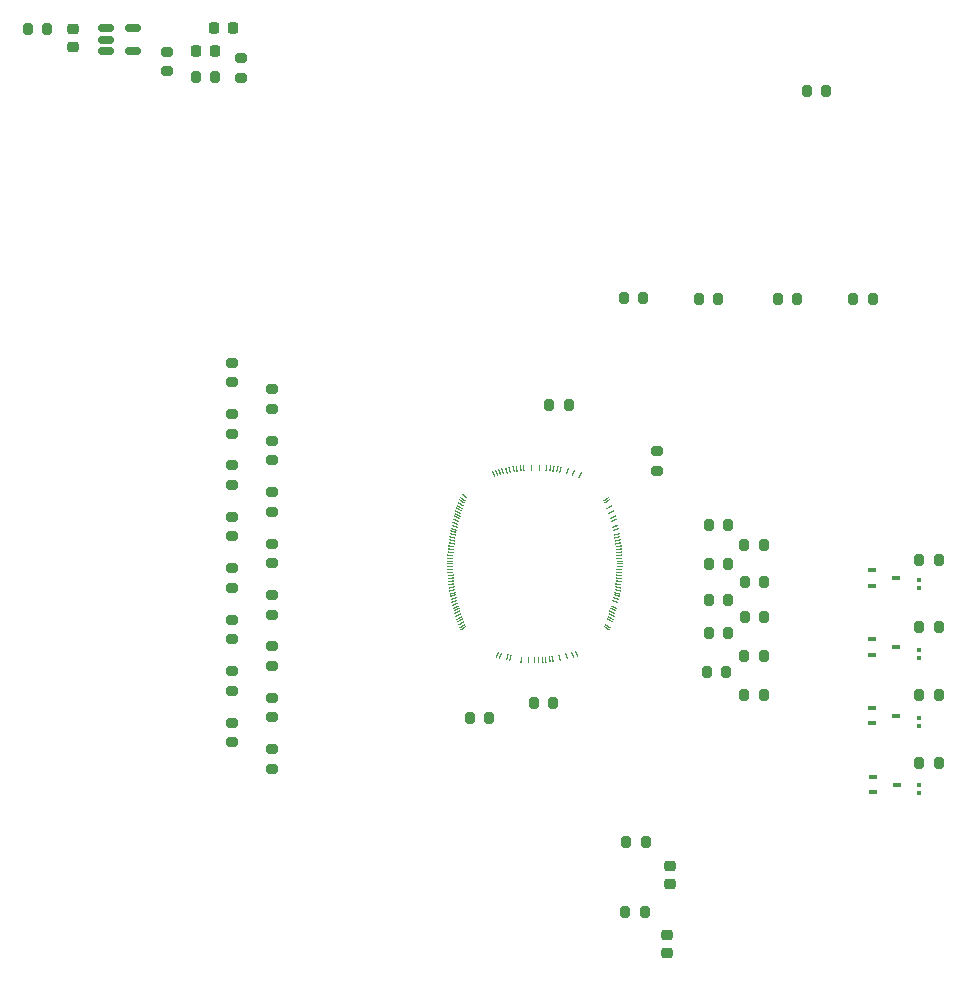
<source format=gbr>
%TF.GenerationSoftware,KiCad,Pcbnew,7.0.6-7.0.6~ubuntu20.04.1*%
%TF.CreationDate,2023-08-31T23:31:16+07:00*%
%TF.ProjectId,qpix,71706978-2e6b-4696-9361-645f70636258,rev?*%
%TF.SameCoordinates,Original*%
%TF.FileFunction,Paste,Top*%
%TF.FilePolarity,Positive*%
%FSLAX46Y46*%
G04 Gerber Fmt 4.6, Leading zero omitted, Abs format (unit mm)*
G04 Created by KiCad (PCBNEW 7.0.6-7.0.6~ubuntu20.04.1) date 2023-08-31 23:31:16*
%MOMM*%
%LPD*%
G01*
G04 APERTURE LIST*
G04 Aperture macros list*
%AMRoundRect*
0 Rectangle with rounded corners*
0 $1 Rounding radius*
0 $2 $3 $4 $5 $6 $7 $8 $9 X,Y pos of 4 corners*
0 Add a 4 corners polygon primitive as box body*
4,1,4,$2,$3,$4,$5,$6,$7,$8,$9,$2,$3,0*
0 Add four circle primitives for the rounded corners*
1,1,$1+$1,$2,$3*
1,1,$1+$1,$4,$5*
1,1,$1+$1,$6,$7*
1,1,$1+$1,$8,$9*
0 Add four rect primitives between the rounded corners*
20,1,$1+$1,$2,$3,$4,$5,0*
20,1,$1+$1,$4,$5,$6,$7,0*
20,1,$1+$1,$6,$7,$8,$9,0*
20,1,$1+$1,$8,$9,$2,$3,0*%
%AMRotRect*
0 Rectangle, with rotation*
0 The origin of the aperture is its center*
0 $1 length*
0 $2 width*
0 $3 Rotation angle, in degrees counterclockwise*
0 Add horizontal line*
21,1,$1,$2,0,0,$3*%
G04 Aperture macros list end*
%ADD10RoundRect,0.200000X-0.200000X-0.275000X0.200000X-0.275000X0.200000X0.275000X-0.200000X0.275000X0*%
%ADD11RoundRect,0.200000X0.275000X-0.200000X0.275000X0.200000X-0.275000X0.200000X-0.275000X-0.200000X0*%
%ADD12RotRect,0.500000X0.110000X322.173913*%
%ADD13RotRect,0.500000X0.110000X323.739130*%
%ADD14RotRect,0.500000X0.110000X325.304348*%
%ADD15RotRect,0.500000X0.110000X326.869565*%
%ADD16RotRect,0.500000X0.110000X328.434783*%
%ADD17RotRect,0.500000X0.110000X330.000000*%
%ADD18RotRect,0.500000X0.110000X331.565217*%
%ADD19RotRect,0.500000X0.110000X333.130435*%
%ADD20RotRect,0.500000X0.110000X334.695652*%
%ADD21RotRect,0.500000X0.110000X336.260870*%
%ADD22RotRect,0.500000X0.110000X337.826087*%
%ADD23RotRect,0.500000X0.110000X339.391304*%
%ADD24RotRect,0.500000X0.110000X340.956522*%
%ADD25RotRect,0.500000X0.110000X342.521739*%
%ADD26RotRect,0.500000X0.110000X344.086957*%
%ADD27RotRect,0.500000X0.110000X345.652174*%
%ADD28RotRect,0.500000X0.110000X347.217391*%
%ADD29RotRect,0.500000X0.110000X348.782609*%
%ADD30RotRect,0.500000X0.110000X350.347826*%
%ADD31RotRect,0.500000X0.110000X351.913043*%
%ADD32RotRect,0.500000X0.110000X353.478261*%
%ADD33RotRect,0.500000X0.110000X355.043478*%
%ADD34RotRect,0.500000X0.110000X356.608696*%
%ADD35RotRect,0.500000X0.110000X358.173913*%
%ADD36RotRect,0.500000X0.110000X359.739130*%
%ADD37RotRect,0.500000X0.110000X1.304348*%
%ADD38RotRect,0.500000X0.110000X2.869565*%
%ADD39RotRect,0.500000X0.110000X4.434783*%
%ADD40RotRect,0.500000X0.110000X6.000000*%
%ADD41RotRect,0.500000X0.110000X7.565217*%
%ADD42RotRect,0.500000X0.110000X9.130435*%
%ADD43RotRect,0.500000X0.110000X10.695652*%
%ADD44RotRect,0.500000X0.110000X12.260870*%
%ADD45RotRect,0.500000X0.110000X13.826087*%
%ADD46RotRect,0.500000X0.110000X15.391304*%
%ADD47RotRect,0.500000X0.110000X16.956522*%
%ADD48RotRect,0.500000X0.110000X18.521739*%
%ADD49RotRect,0.500000X0.110000X20.086957*%
%ADD50RotRect,0.500000X0.110000X21.652174*%
%ADD51RotRect,0.500000X0.110000X23.217391*%
%ADD52RotRect,0.500000X0.110000X24.782609*%
%ADD53RotRect,0.500000X0.110000X26.347826*%
%ADD54RotRect,0.500000X0.110000X27.913043*%
%ADD55RotRect,0.500000X0.110000X29.478261*%
%ADD56RotRect,0.500000X0.110000X31.043478*%
%ADD57RotRect,0.500000X0.110000X32.608696*%
%ADD58RotRect,0.500000X0.110000X34.173913*%
%ADD59RotRect,0.500000X0.110000X35.739130*%
%ADD60RotRect,0.500000X0.110000X67.406053*%
%ADD61RotRect,0.500000X0.110000X69.297453*%
%ADD62RotRect,0.500000X0.110000X73.222666*%
%ADD63RotRect,0.500000X0.110000X75.250450*%
%ADD64RotRect,0.500000X0.110000X81.546581*%
%ADD65RotRect,0.500000X0.110000X85.871161*%
%ADD66RotRect,0.500000X0.110000X270.243293*%
%ADD67RotRect,0.500000X0.110000X272.431481*%
%ADD68RotRect,0.500000X0.110000X274.612599*%
%ADD69RotRect,0.500000X0.110000X276.780407*%
%ADD70RotRect,0.500000X0.110000X278.928894*%
%ADD71RotRect,0.500000X0.110000X281.052372*%
%ADD72RotRect,0.500000X0.110000X285.203640*%
%ADD73RotRect,0.500000X0.110000X289.197879*%
%ADD74RotRect,0.500000X0.110000X293.007458*%
%ADD75RotRect,0.500000X0.110000X294.836824*%
%ADD76RotRect,0.500000X0.110000X324.260870*%
%ADD77RotRect,0.500000X0.110000X325.826087*%
%ADD78RotRect,0.500000X0.110000X328.956522*%
%ADD79RotRect,0.500000X0.110000X330.521739*%
%ADD80RotRect,0.500000X0.110000X332.086957*%
%ADD81RotRect,0.500000X0.110000X333.652174*%
%ADD82RotRect,0.500000X0.110000X335.217391*%
%ADD83RotRect,0.500000X0.110000X336.782609*%
%ADD84RotRect,0.500000X0.110000X339.913043*%
%ADD85RotRect,0.500000X0.110000X341.478261*%
%ADD86RotRect,0.500000X0.110000X343.043478*%
%ADD87RotRect,0.500000X0.110000X344.608696*%
%ADD88RotRect,0.500000X0.110000X346.173913*%
%ADD89RotRect,0.500000X0.110000X347.739130*%
%ADD90RotRect,0.500000X0.110000X349.304348*%
%ADD91RotRect,0.500000X0.110000X350.869565*%
%ADD92RotRect,0.500000X0.110000X352.434783*%
%ADD93RotRect,0.500000X0.110000X354.000000*%
%ADD94RotRect,0.500000X0.110000X355.565217*%
%ADD95RotRect,0.500000X0.110000X357.130435*%
%ADD96RotRect,0.500000X0.110000X358.695652*%
%ADD97RotRect,0.500000X0.110000X0.260870*%
%ADD98RotRect,0.500000X0.110000X1.826087*%
%ADD99RotRect,0.500000X0.110000X3.391304*%
%ADD100RotRect,0.500000X0.110000X4.956522*%
%ADD101RotRect,0.500000X0.110000X6.521739*%
%ADD102RotRect,0.500000X0.110000X8.086957*%
%ADD103RotRect,0.500000X0.110000X9.652174*%
%ADD104RotRect,0.500000X0.110000X11.217391*%
%ADD105RotRect,0.500000X0.110000X12.782609*%
%ADD106RotRect,0.500000X0.110000X14.347826*%
%ADD107RotRect,0.500000X0.110000X15.913043*%
%ADD108RotRect,0.500000X0.110000X19.043478*%
%ADD109RotRect,0.500000X0.110000X20.608696*%
%ADD110RotRect,0.500000X0.110000X23.739130*%
%ADD111RotRect,0.500000X0.110000X25.304348*%
%ADD112RotRect,0.500000X0.110000X28.434783*%
%ADD113RotRect,0.500000X0.110000X31.565217*%
%ADD114RotRect,0.500000X0.110000X34.695652*%
%ADD115RotRect,0.500000X0.110000X36.260870*%
%ADD116RotRect,0.500000X0.110000X63.386311*%
%ADD117RotRect,0.500000X0.110000X66.992542*%
%ADD118RotRect,0.500000X0.110000X70.802121*%
%ADD119RotRect,0.500000X0.110000X74.796360*%
%ADD120RotRect,0.500000X0.110000X76.854442*%
%ADD121RotRect,0.500000X0.110000X78.947628*%
%ADD122RotRect,0.500000X0.110000X81.071106*%
%ADD123RotRect,0.500000X0.110000X83.219593*%
%ADD124RotRect,0.500000X0.110000X87.568519*%
%ADD125RotRect,0.500000X0.110000X271.945605*%
%ADD126RotRect,0.500000X0.110000X276.300134*%
%ADD127RotRect,0.500000X0.110000X278.453419*%
%ADD128RotRect,0.500000X0.110000X280.582927*%
%ADD129RotRect,0.500000X0.110000X282.683278*%
%ADD130RotRect,0.500000X0.110000X284.749550*%
%ADD131RotRect,0.500000X0.110000X286.777334*%
%ADD132RotRect,0.500000X0.110000X288.762766*%
%ADD133RotRect,0.500000X0.110000X290.702547*%
%ADD134RotRect,0.500000X0.110000X292.593947*%
%ADD135RotRect,0.500000X0.110000X294.434789*%
%ADD136RoundRect,0.225000X0.225000X0.250000X-0.225000X0.250000X-0.225000X-0.250000X0.225000X-0.250000X0*%
%ADD137RoundRect,0.200000X0.200000X0.275000X-0.200000X0.275000X-0.200000X-0.275000X0.200000X-0.275000X0*%
%ADD138RoundRect,0.225000X0.250000X-0.225000X0.250000X0.225000X-0.250000X0.225000X-0.250000X-0.225000X0*%
%ADD139R,0.700000X0.450000*%
%ADD140RoundRect,0.225000X-0.250000X0.225000X-0.250000X-0.225000X0.250000X-0.225000X0.250000X0.225000X0*%
%ADD141RoundRect,0.079500X0.100500X-0.079500X0.100500X0.079500X-0.100500X0.079500X-0.100500X-0.079500X0*%
%ADD142RoundRect,0.150000X-0.512500X-0.150000X0.512500X-0.150000X0.512500X0.150000X-0.512500X0.150000X0*%
%ADD143RoundRect,0.200000X-0.275000X0.200000X-0.275000X-0.200000X0.275000X-0.200000X0.275000X0.200000X0*%
G04 APERTURE END LIST*
D10*
%TO.C,R44*%
X158420000Y-104042000D03*
X160070000Y-104042000D03*
%TD*%
%TO.C,R14*%
X148455000Y-129260000D03*
X150105000Y-129260000D03*
%TD*%
D11*
%TO.C,R26*%
X118445000Y-114324997D03*
X118445000Y-112674997D03*
%TD*%
D12*
%TO.C,U1*%
X134755232Y-99952694D03*
D13*
X134659784Y-100169158D03*
D14*
X134567826Y-100388182D03*
D15*
X134479427Y-100609669D03*
D16*
X134394652Y-100833522D03*
D17*
X134313565Y-101059641D03*
D18*
X134236226Y-101287924D03*
D19*
X134162693Y-101518268D03*
D20*
X134093021Y-101750567D03*
D21*
X134027262Y-101984717D03*
D22*
X133965465Y-102220610D03*
D23*
X133907676Y-102458135D03*
D24*
X133853939Y-102697185D03*
D25*
X133804292Y-102937646D03*
D26*
X133758774Y-103179408D03*
D27*
X133717419Y-103422356D03*
D28*
X133680256Y-103666377D03*
D29*
X133647314Y-103911355D03*
D30*
X133618618Y-104157175D03*
D31*
X133594189Y-104403721D03*
D32*
X133574045Y-104650876D03*
D33*
X133558201Y-104898522D03*
D34*
X133546669Y-105146543D03*
D35*
X133539457Y-105394819D03*
D36*
X133536572Y-105643234D03*
D37*
X133538015Y-105891668D03*
D38*
X133543785Y-106140003D03*
D39*
X133553877Y-106388122D03*
D40*
X133568285Y-106635906D03*
D41*
X133586997Y-106883238D03*
D42*
X133610000Y-107130000D03*
D43*
X133637276Y-107376075D03*
D44*
X133668805Y-107621347D03*
D45*
X133704564Y-107865699D03*
D46*
X133744525Y-108109018D03*
D47*
X133788659Y-108351187D03*
D48*
X133836933Y-108592095D03*
D49*
X133889312Y-108831627D03*
D50*
X133945755Y-109069673D03*
D51*
X134006221Y-109306122D03*
D52*
X134070664Y-109540865D03*
D53*
X134139038Y-109773793D03*
D54*
X134211289Y-110004801D03*
D55*
X134287366Y-110233782D03*
D56*
X134367210Y-110460634D03*
D57*
X134450762Y-110685253D03*
D58*
X134537961Y-110907540D03*
D59*
X134628740Y-111127396D03*
D60*
X137498165Y-113394496D03*
D61*
X137766117Y-113465125D03*
D62*
X138322324Y-113592757D03*
D63*
X138609865Y-113648519D03*
D64*
X139503881Y-113776628D03*
D65*
X140118915Y-113824588D03*
D66*
X140741140Y-113839589D03*
D67*
X141052575Y-113834419D03*
D68*
X141362937Y-113820856D03*
D69*
X141671286Y-113799075D03*
D70*
X141976722Y-113769355D03*
D71*
X142278408Y-113732065D03*
D72*
X142867565Y-113636640D03*
D73*
X143433736Y-113517095D03*
D74*
X143973448Y-113378274D03*
D75*
X144232717Y-113303186D03*
D76*
X146784284Y-111127396D03*
D77*
X146875063Y-110907540D03*
D78*
X147045814Y-110460634D03*
D79*
X147125658Y-110233782D03*
D80*
X147201735Y-110004801D03*
D81*
X147273986Y-109773793D03*
D82*
X147342360Y-109540865D03*
D83*
X147406803Y-109306122D03*
D84*
X147523712Y-108831627D03*
D85*
X147576091Y-108592095D03*
D86*
X147624365Y-108351187D03*
D87*
X147668499Y-108109018D03*
D88*
X147708460Y-107865699D03*
D89*
X147744219Y-107621347D03*
D90*
X147775748Y-107376075D03*
D91*
X147803024Y-107130000D03*
D92*
X147826027Y-106883238D03*
D93*
X147844739Y-106635906D03*
D94*
X147859147Y-106388122D03*
D95*
X147869239Y-106140003D03*
D96*
X147875009Y-105891668D03*
D97*
X147876452Y-105643234D03*
D98*
X147873567Y-105394819D03*
D99*
X147866355Y-105146543D03*
D100*
X147854823Y-104898522D03*
D101*
X147838979Y-104650876D03*
D102*
X147818835Y-104403721D03*
D103*
X147794406Y-104157175D03*
D104*
X147765710Y-103911355D03*
D105*
X147732768Y-103666377D03*
D106*
X147695605Y-103422356D03*
D107*
X147654250Y-103179408D03*
D108*
X147559085Y-102697185D03*
D109*
X147505348Y-102458135D03*
D110*
X147385762Y-101984717D03*
D111*
X147320003Y-101750567D03*
D112*
X147176798Y-101287924D03*
D113*
X147018372Y-100833522D03*
D114*
X146845198Y-100388182D03*
D115*
X146753240Y-100169158D03*
D116*
X144484754Y-98144167D03*
D117*
X143973448Y-97991008D03*
D118*
X143433736Y-97852187D03*
D119*
X142867565Y-97732642D03*
D120*
X142575581Y-97681627D03*
D121*
X142278408Y-97637217D03*
D122*
X141976722Y-97599927D03*
D123*
X141671286Y-97570207D03*
D124*
X141052575Y-97534863D03*
D125*
X140429598Y-97532985D03*
D126*
X139810040Y-97564669D03*
D127*
X139503881Y-97592654D03*
D128*
X139201293Y-97628298D03*
D129*
X138903055Y-97671169D03*
D130*
X138609865Y-97720763D03*
D131*
X138322324Y-97776525D03*
D132*
X138040939Y-97837862D03*
D133*
X137766117Y-97904157D03*
D134*
X137498165Y-97974786D03*
D135*
X137237300Y-98049132D03*
%TD*%
D10*
%TO.C,R43*%
X155418000Y-105693000D03*
X157068000Y-105693000D03*
%TD*%
D11*
%TO.C,R16*%
X118445000Y-92557142D03*
X118445000Y-90907142D03*
%TD*%
D136*
%TO.C,C3*%
X115125000Y-60350000D03*
X113575000Y-60350000D03*
%TD*%
D137*
%TO.C,R33*%
X142275000Y-117500000D03*
X140625000Y-117500000D03*
%TD*%
D10*
%TO.C,R45*%
X155418000Y-102423892D03*
X157068000Y-102423892D03*
%TD*%
D138*
%TO.C,C23*%
X152160000Y-132785000D03*
X152160000Y-131235000D03*
%TD*%
D139*
%TO.C,Q4*%
X169261833Y-106220000D03*
X169261833Y-107520000D03*
X171261833Y-106870000D03*
%TD*%
D10*
%TO.C,R8*%
X111997500Y-64500000D03*
X113647500Y-64500000D03*
%TD*%
%TO.C,R1*%
X148241835Y-83175000D03*
X149891835Y-83175000D03*
%TD*%
D11*
%TO.C,R20*%
X118445000Y-101264284D03*
X118445000Y-99614284D03*
%TD*%
%TO.C,R21*%
X115070000Y-103357142D03*
X115070000Y-101707142D03*
%TD*%
D10*
%TO.C,R39*%
X155418000Y-111535000D03*
X157068000Y-111535000D03*
%TD*%
%TO.C,R31*%
X135205000Y-118710000D03*
X136855000Y-118710000D03*
%TD*%
D140*
%TO.C,C1*%
X101602500Y-60390000D03*
X101602500Y-61940000D03*
%TD*%
D11*
%TO.C,R23*%
X115070000Y-107714284D03*
X115070000Y-106064284D03*
%TD*%
D10*
%TO.C,R4*%
X167675835Y-83225000D03*
X169325835Y-83225000D03*
%TD*%
D11*
%TO.C,R24*%
X118445000Y-109971426D03*
X118445000Y-108321426D03*
%TD*%
%TO.C,R7*%
X109542500Y-63965000D03*
X109542500Y-62315000D03*
%TD*%
D10*
%TO.C,R36*%
X158420000Y-116742000D03*
X160070000Y-116742000D03*
%TD*%
D11*
%TO.C,R30*%
X118445000Y-123032142D03*
X118445000Y-121382142D03*
%TD*%
D141*
%TO.C,D1*%
X173201833Y-125070000D03*
X173201833Y-124380000D03*
%TD*%
%TO.C,D3*%
X173201833Y-113685000D03*
X173201833Y-112995000D03*
%TD*%
D11*
%TO.C,R28*%
X118445000Y-118678568D03*
X118445000Y-117028568D03*
%TD*%
%TO.C,R17*%
X115070000Y-94642858D03*
X115070000Y-92992858D03*
%TD*%
D137*
%TO.C,R13*%
X165375000Y-65670000D03*
X163725000Y-65670000D03*
%TD*%
%TO.C,R32*%
X143580000Y-92190000D03*
X141930000Y-92190000D03*
%TD*%
D139*
%TO.C,Q2*%
X169261833Y-117887332D03*
X169261833Y-119187332D03*
X171261833Y-118537332D03*
%TD*%
D10*
%TO.C,R40*%
X158484000Y-110138000D03*
X160134000Y-110138000D03*
%TD*%
D137*
%TO.C,R68*%
X174906833Y-105330000D03*
X173256833Y-105330000D03*
%TD*%
D10*
%TO.C,R42*%
X158484000Y-107217000D03*
X160134000Y-107217000D03*
%TD*%
D11*
%TO.C,R25*%
X115070000Y-112071426D03*
X115070000Y-110421426D03*
%TD*%
D142*
%TO.C,U2*%
X104425000Y-60340000D03*
X104425000Y-61290000D03*
X104425000Y-62240000D03*
X106700000Y-62240000D03*
X106700000Y-60340000D03*
%TD*%
D11*
%TO.C,R22*%
X118445000Y-105617855D03*
X118445000Y-103967855D03*
%TD*%
D138*
%TO.C,C22*%
X151860000Y-138650000D03*
X151860000Y-137100000D03*
%TD*%
D136*
%TO.C,C2*%
X113585000Y-62220000D03*
X112035000Y-62220000D03*
%TD*%
D11*
%TO.C,R29*%
X115070000Y-120785716D03*
X115070000Y-119135716D03*
%TD*%
D141*
%TO.C,D4*%
X173201833Y-107712500D03*
X173201833Y-107022500D03*
%TD*%
D11*
%TO.C,R15*%
X115070000Y-90285716D03*
X115070000Y-88635716D03*
%TD*%
D137*
%TO.C,R65*%
X174906833Y-122540000D03*
X173256833Y-122540000D03*
%TD*%
D10*
%TO.C,R37*%
X155245000Y-114837000D03*
X156895000Y-114837000D03*
%TD*%
D139*
%TO.C,Q3*%
X169261833Y-112053666D03*
X169261833Y-113353666D03*
X171261833Y-112703666D03*
%TD*%
D141*
%TO.C,D2*%
X173201833Y-119432500D03*
X173201833Y-118742500D03*
%TD*%
D10*
%TO.C,R2*%
X154588335Y-83235000D03*
X156238335Y-83235000D03*
%TD*%
D137*
%TO.C,FB1*%
X99417500Y-60380000D03*
X97767500Y-60380000D03*
%TD*%
D10*
%TO.C,R10*%
X148365000Y-135130000D03*
X150015000Y-135130000D03*
%TD*%
D11*
%TO.C,R9*%
X115820000Y-64505000D03*
X115820000Y-62855000D03*
%TD*%
D139*
%TO.C,Q1*%
X169341833Y-123720999D03*
X169341833Y-125020999D03*
X171341833Y-124370999D03*
%TD*%
D11*
%TO.C,R19*%
X115070000Y-99000000D03*
X115070000Y-97350000D03*
%TD*%
%TO.C,R18*%
X118445000Y-96910713D03*
X118445000Y-95260713D03*
%TD*%
D10*
%TO.C,R41*%
X155418000Y-108741000D03*
X157068000Y-108741000D03*
%TD*%
D137*
%TO.C,R66*%
X174906833Y-116803332D03*
X173256833Y-116803332D03*
%TD*%
D11*
%TO.C,R27*%
X115070000Y-116428568D03*
X115070000Y-114778568D03*
%TD*%
D137*
%TO.C,R67*%
X174906833Y-111066666D03*
X173256833Y-111066666D03*
%TD*%
D10*
%TO.C,R3*%
X161250835Y-83285000D03*
X162900835Y-83285000D03*
%TD*%
%TO.C,R38*%
X158420000Y-113440000D03*
X160070000Y-113440000D03*
%TD*%
D143*
%TO.C,R35*%
X151020000Y-96125000D03*
X151020000Y-97775000D03*
%TD*%
M02*

</source>
